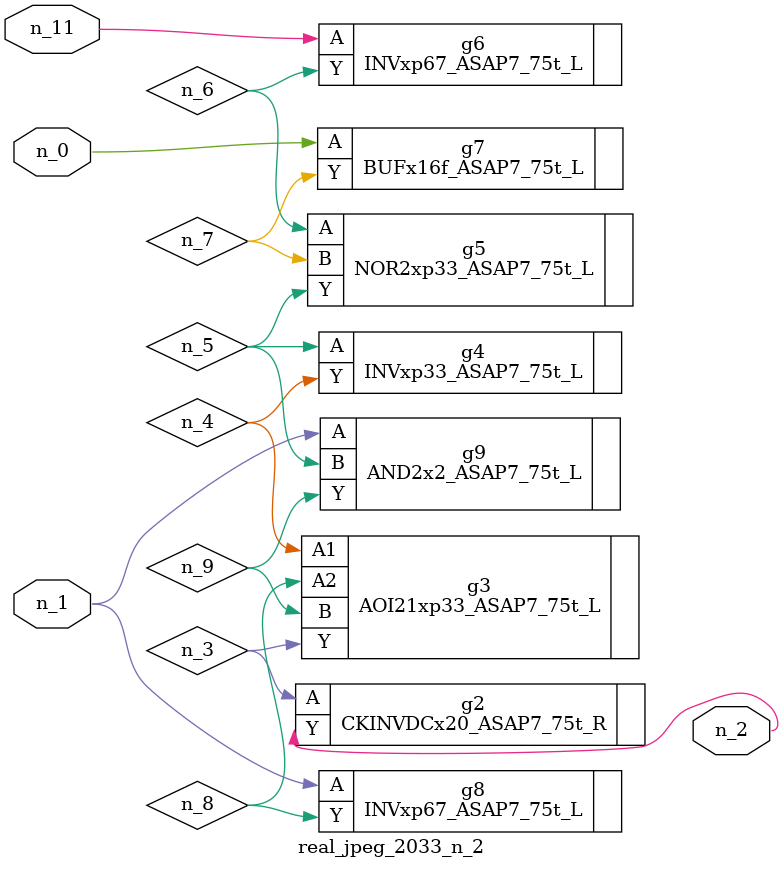
<source format=v>
module real_jpeg_2033_n_2 (n_1, n_11, n_0, n_2);

input n_1;
input n_11;
input n_0;

output n_2;

wire n_5;
wire n_4;
wire n_8;
wire n_6;
wire n_7;
wire n_3;
wire n_9;

BUFx16f_ASAP7_75t_L g7 ( 
.A(n_0),
.Y(n_7)
);

INVxp67_ASAP7_75t_L g8 ( 
.A(n_1),
.Y(n_8)
);

AND2x2_ASAP7_75t_L g9 ( 
.A(n_1),
.B(n_5),
.Y(n_9)
);

CKINVDCx20_ASAP7_75t_R g2 ( 
.A(n_3),
.Y(n_2)
);

AOI21xp33_ASAP7_75t_L g3 ( 
.A1(n_4),
.A2(n_8),
.B(n_9),
.Y(n_3)
);

INVxp33_ASAP7_75t_L g4 ( 
.A(n_5),
.Y(n_4)
);

NOR2xp33_ASAP7_75t_L g5 ( 
.A(n_6),
.B(n_7),
.Y(n_5)
);

INVxp67_ASAP7_75t_L g6 ( 
.A(n_11),
.Y(n_6)
);


endmodule
</source>
